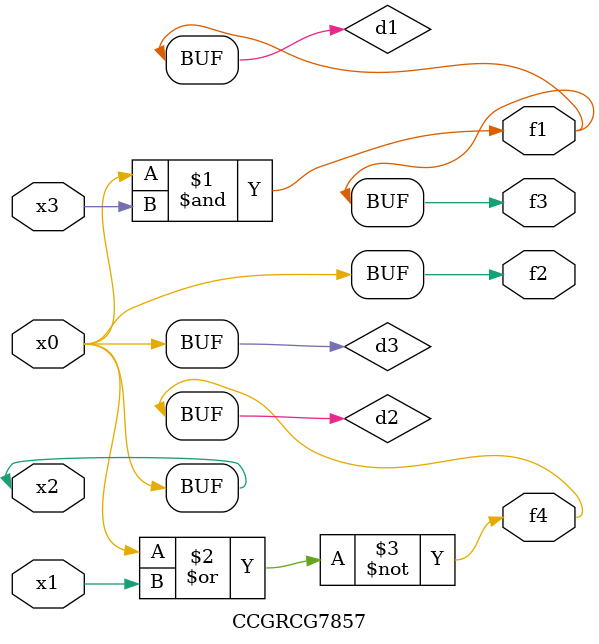
<source format=v>
module CCGRCG7857(
	input x0, x1, x2, x3,
	output f1, f2, f3, f4
);

	wire d1, d2, d3;

	and (d1, x2, x3);
	nor (d2, x0, x1);
	buf (d3, x0, x2);
	assign f1 = d1;
	assign f2 = d3;
	assign f3 = d1;
	assign f4 = d2;
endmodule

</source>
